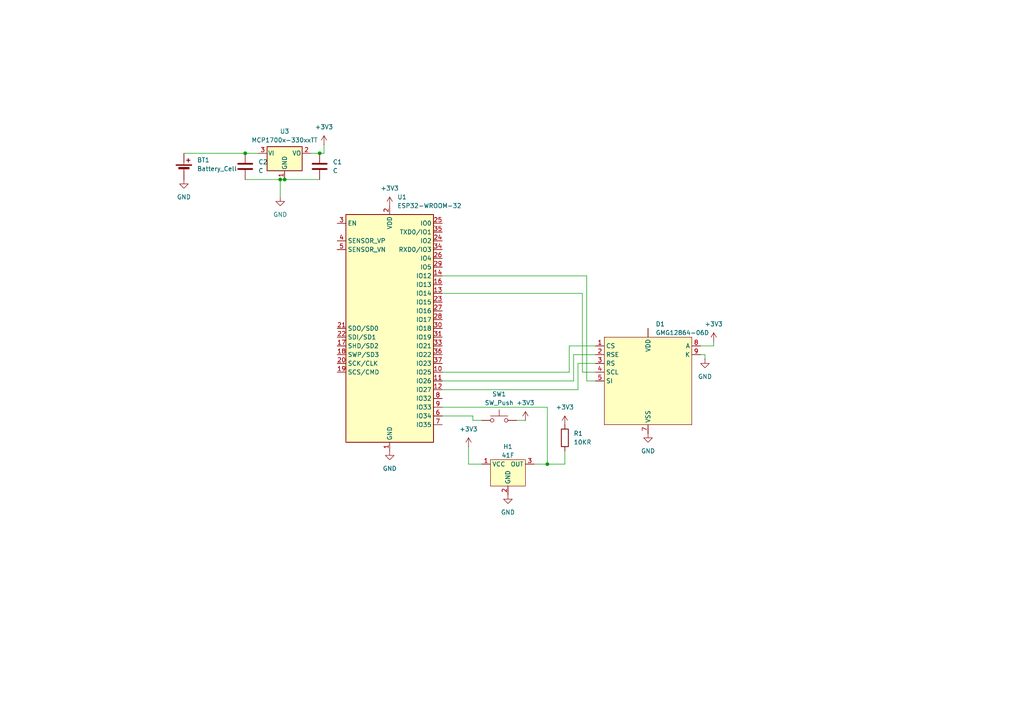
<source format=kicad_sch>
(kicad_sch (version 20231120) (generator "eeschema") (generator_version "8.0")
  (paper "A4")
  (title_block (title "Speedometer Circuit Diagram"))
  (lib_symbols
    (symbol "Device:Battery_Cell" (pin_numbers hide) (pin_names (offset 0) hide)
      (property "Reference" "BT" (at 2.54 2.54 0))
      (property "Value" "Battery_Cell" (at 2.54 0 0))
      (symbol "Battery_Cell_0_1"
        (rectangle (start -2.286 1.778) (end 2.286 1.524) (fill (type outline)))
        (rectangle (start -1.524 1.016) (end 1.524 0.508) (fill (type outline)))
        (polyline (pts (xy 0 0.762) (xy 0 0)))
        (polyline (pts (xy 0 1.778) (xy 0 2.54)))
        (polyline (pts (xy 0.762 3.048) (xy 1.778 3.048)) (stroke (width 0.254)))
        (polyline (pts (xy 1.27 3.556) (xy 1.27 2.54)) (stroke (width 0.254)))
      )
      (symbol "Battery_Cell_1_1"
        (pin passive line (at 0 5.08 270) (length 2.54) (name "+") (number "1"))
        (pin passive line (at 0 -2.54 90) (length 2.54) (name "-") (number "2"))
      )
    )
    (symbol "Device:C" (pin_numbers hide) (pin_names (offset 0.254))
      (property "Reference" "C" (at 0.635 2.54 0))
      (property "Value" "C" (at 0.635 -2.54 0))
      (symbol "C_0_1"
        (polyline (pts (xy -2.032 -0.762) (xy 2.032 -0.762)) (stroke (width 0.508)))
        (polyline (pts (xy -2.032 0.762) (xy 2.032 0.762)) (stroke (width 0.508)))
      )
      (symbol "C_1_1"
        (pin passive line (at 0 3.81 270) (length 2.794) (name "~") (number "1"))
        (pin passive line (at 0 -3.81 90) (length 2.794) (name "~") (number "2"))
      )
    )
    (symbol "Device:R" (pin_numbers hide) (pin_names (offset 0))
      (property "Reference" "R" (at 2.032 0 90))
      (property "Value" "R" (at 0 0 90))
      (symbol "R_0_1"
        (rectangle (start -1.016 -2.54) (end 1.016 2.54) (stroke (width 0.254)))
      )
      (symbol "R_1_1"
        (pin passive line (at 0 3.81 270) (length 1.27) (name "~") (number "1"))
        (pin passive line (at 0 -3.81 90) (length 1.27) (name "~") (number "2"))
      )
    )
    (symbol "RF_Module:ESP32-WROOM-32"
      (property "Reference" "U" (at -12.7 34.29 0))
      (property "Value" "ESP32-WROOM-32" (at 1.27 34.29 0))
      (symbol "ESP32-WROOM-32_0_1"
        (rectangle (start -12.7 33.02) (end 12.7 -33.02) (stroke (width 0.254)) (fill (type background)))
      )
      (symbol "ESP32-WROOM-32_1_1"
        (pin power_in line (at 0 -35.56 90) (length 2.54) (name "GND") (number "1"))
        (pin bidirectional line (at 15.24 -12.7 180) (length 2.54) (name "IO25") (number "10"))
        (pin bidirectional line (at 15.24 -15.24 180) (length 2.54) (name "IO26") (number "11"))
        (pin bidirectional line (at 15.24 -17.78 180) (length 2.54) (name "IO27") (number "12"))
        (pin bidirectional line (at 15.24 10.16 180) (length 2.54) (name "IO14") (number "13"))
        (pin bidirectional line (at 15.24 15.24 180) (length 2.54) (name "IO12") (number "14"))
        (pin passive line (at 0 -35.56 90) (length 2.54) hide (name "GND") (number "15"))
        (pin bidirectional line (at 15.24 12.7 180) (length 2.54) (name "IO13") (number "16"))
        (pin bidirectional line (at -15.24 -5.08 0) (length 2.54) (name "SHD/SD2") (number "17"))
        (pin bidirectional line (at -15.24 -7.62 0) (length 2.54) (name "SWP/SD3") (number "18"))
        (pin bidirectional line (at -15.24 -12.7 0) (length 2.54) (name "SCS/CMD") (number "19"))
        (pin power_in line (at 0 35.56 270) (length 2.54) (name "VDD") (number "2"))
        (pin bidirectional line (at -15.24 -10.16 0) (length 2.54) (name "SCK/CLK") (number "20"))
        (pin bidirectional line (at -15.24 0 0) (length 2.54) (name "SDO/SD0") (number "21"))
        (pin bidirectional line (at -15.24 -2.54 0) (length 2.54) (name "SDI/SD1") (number "22"))
        (pin bidirectional line (at 15.24 7.62 180) (length 2.54) (name "IO15") (number "23"))
        (pin bidirectional line (at 15.24 25.4 180) (length 2.54) (name "IO2") (number "24"))
        (pin bidirectional line (at 15.24 30.48 180) (length 2.54) (name "IO0") (number "25"))
        (pin bidirectional line (at 15.24 20.32 180) (length 2.54) (name "IO4") (number "26"))
        (pin bidirectional line (at 15.24 5.08 180) (length 2.54) (name "IO16") (number "27"))
        (pin bidirectional line (at 15.24 2.54 180) (length 2.54) (name "IO17") (number "28"))
        (pin bidirectional line (at 15.24 17.78 180) (length 2.54) (name "IO5") (number "29"))
        (pin input line (at -15.24 30.48 0) (length 2.54) (name "EN") (number "3"))
        (pin bidirectional line (at 15.24 0 180) (length 2.54) (name "IO18") (number "30"))
        (pin bidirectional line (at 15.24 -2.54 180) (length 2.54) (name "IO19") (number "31"))
        (pin no_connect line (at -12.7 -27.94 0) (length 2.54) hide (name "NC") (number "32"))
        (pin bidirectional line (at 15.24 -5.08 180) (length 2.54) (name "IO21") (number "33"))
        (pin bidirectional line (at 15.24 22.86 180) (length 2.54) (name "RXD0/IO3") (number "34"))
        (pin bidirectional line (at 15.24 27.94 180) (length 2.54) (name "TXD0/IO1") (number "35"))
        (pin bidirectional line (at 15.24 -7.62 180) (length 2.54) (name "IO22") (number "36"))
        (pin bidirectional line (at 15.24 -10.16 180) (length 2.54) (name "IO23") (number "37"))
        (pin passive line (at 0 -35.56 90) (length 2.54) hide (name "GND") (number "38"))
        (pin passive line (at 0 -35.56 90) (length 2.54) hide (name "GND") (number "39"))
        (pin input line (at -15.24 25.4 0) (length 2.54) (name "SENSOR_VP") (number "4"))
        (pin input line (at -15.24 22.86 0) (length 2.54) (name "SENSOR_VN") (number "5"))
        (pin input line (at 15.24 -25.4 180) (length 2.54) (name "IO34") (number "6"))
        (pin input line (at 15.24 -27.94 180) (length 2.54) (name "IO35") (number "7"))
        (pin bidirectional line (at 15.24 -20.32 180) (length 2.54) (name "IO32") (number "8"))
        (pin bidirectional line (at 15.24 -22.86 180) (length 2.54) (name "IO33") (number "9"))
      )
    )
    (symbol "Regulator_Linear:MCP1700x-330xxTT" (pin_names (offset 0.254))
      (property "Reference" "U" (at -3.81 3.175 0))
      (property "Value" "MCP1700x-330xxTT" (at 0 3.175 0))
      (symbol "MCP1700x-330xxTT_0_1"
        (rectangle (start -5.08 1.905) (end 5.08 -5.08) (stroke (width 0.254)) (fill (type background)))
      )
      (symbol "MCP1700x-330xxTT_1_1"
        (pin power_in line (at 0 -7.62 90) (length 2.54) (name "GND") (number "1"))
        (pin power_out line (at 7.62 0 180) (length 2.54) (name "VO") (number "2"))
        (pin power_in line (at -7.62 0 0) (length 2.54) (name "VI") (number "3"))
      )
    )
    (symbol "Switch:SW_Push" (pin_numbers hide) (pin_names (offset 1.016) hide)
      (property "Reference" "SW" (at 1.27 2.54 0))
      (property "Value" "SW_Push" (at 0 -1.524 0))
      (symbol "SW_Push_0_1"
        (circle (center -2.032 0) (radius 0.508))
        (polyline (pts (xy 0 1.27) (xy 0 3.048)))
        (polyline (pts (xy 2.54 1.27) (xy -2.54 1.27)))
        (circle (center 2.032 0) (radius 0.508))
        (pin passive line (at -5.08 0 0) (length 2.54) (name "1") (number "1"))
        (pin passive line (at 5.08 0 180) (length 2.54) (name "2") (number "2"))
      )
    )
    (symbol "power:+3V3" (power) (pin_numbers hide) (pin_names (offset 0) hide)
      (property "Value" "+3V3" (at 0 3.556 0))
      (symbol "+3V3_0_1"
        (polyline (pts (xy -0.762 1.27) (xy 0 2.54)))
        (polyline (pts (xy 0 0) (xy 0 2.54)))
        (polyline (pts (xy 0 2.54) (xy 0.762 1.27)))
      )
      (symbol "+3V3_1_1"
        (pin power_in line (at 0 0 90) (length 0) (name "~") (number "1"))
      )
    )
    (symbol "power:GND" (power) (pin_numbers hide) (pin_names (offset 0) hide)
      (property "Value" "GND" (at 0 -3.81 0))
      (symbol "GND_0_1"
        (polyline (pts (xy 0 0) (xy 0 -1.27) (xy 1.27 -1.27) (xy 0 -2.54) (xy -1.27 -1.27) (xy 0 -1.27)))
      )
      (symbol "GND_1_1"
        (pin power_in line (at 0 0 270) (length 0) (name "~") (number "1"))
      )
    )
    (symbol "speedometer_symbols:41F"
      (property "Reference" "H" (at 0 0 0))
      (symbol "41F_0_1"
        (rectangle (start -5.08 3.81) (end 5.08 -3.81) (fill (type background)))
      )
      (symbol "41F_1_1"
        (pin power_in line (at -7.62 2.54 0) (length 2.54) (name "VCC") (number "1"))
        (pin power_in line (at 0 -6.35 90) (length 2.54) (name "GND") (number "2"))
        (pin output line (at 7.62 2.54 180) (length 2.54) (name "OUT") (number "3"))
      )
    )
    (symbol "speedometer_symbols:GMG12864-06D"
      (property "Reference" "D" (at 0 0 0))
      (symbol "GMG12864-06D_0_1"
        (rectangle (start -12.7 12.7) (end 12.7 -12.7) (fill (type background)))
      )
      (symbol "GMG12864-06D_1_1"
        (pin power_in line (at 0 15.24 270) (length 2.54) (name "VDD") (number ""))
        (pin input line (at -15.24 10.16 0) (length 2.54) (name "CS") (number "1"))
        (pin input line (at -15.24 7.62 0) (length 2.54) (name "RSE") (number "2"))
        (pin input line (at -15.24 5.08 0) (length 2.54) (name "RS") (number "3"))
        (pin input line (at -15.24 2.54 0) (length 2.54) (name "SCL") (number "4"))
        (pin input line (at -15.24 0 0) (length 2.54) (name "SI") (number "5"))
        (pin power_in line (at 0 -15.24 90) (length 2.54) (name "VSS") (number "7"))
        (pin power_in line (at 15.24 10.16 180) (length 2.54) (name "A") (number "8"))
        (pin power_in line (at 15.24 7.62 180) (length 2.54) (name "K") (number "9"))
      )
    )
  )
  (junction (at 71.12 44.45))
  (junction (at 92.71 44.45))
  (junction (at 81.28 52.07))
  (junction (at 82.55 52.07))
  (junction (at 158.75 134.62))
  (wire (pts (xy 137.16 120.65) (xy 128.27 120.65)))
  (wire (pts (xy 172.72 110.49) (xy 170.18 110.49)))
  (wire (pts (xy 165.1 100.33) (xy 172.72 100.33)))
  (wire (pts (xy 172.72 105.41) (xy 167.64 105.41)))
  (wire (pts (xy 165.1 107.95) (xy 165.1 100.33)))
  (wire (pts (xy 53.34 44.45) (xy 71.12 44.45)))
  (wire (pts (xy 71.12 44.45) (xy 74.93 44.45)))
  (wire (pts (xy 170.18 110.49) (xy 170.18 80.01)))
  (wire (pts (xy 170.18 80.01) (xy 128.27 80.01)))
  (wire (pts (xy 166.37 110.49) (xy 128.27 110.49)))
  (wire (pts (xy 172.72 107.95) (xy 168.91 107.95)))
  (wire (pts (xy 168.91 107.95) (xy 168.91 85.09)))
  (wire (pts (xy 139.7 121.92) (xy 137.16 121.92)))
  (wire (pts (xy 81.28 52.07) (xy 82.55 52.07)))
  (wire (pts (xy 168.91 85.09) (xy 128.27 85.09)))
  (wire (pts (xy 92.71 44.45) (xy 93.98 44.45)))
  (wire (pts (xy 152.4 121.92) (xy 149.86 121.92)))
  (wire (pts (xy 93.98 44.45) (xy 93.98 41.91)))
  (wire (pts (xy 167.64 105.41) (xy 167.64 113.03)))
  (wire (pts (xy 82.55 52.07) (xy 92.71 52.07)))
  (wire (pts (xy 167.64 113.03) (xy 128.27 113.03)))
  (wire (pts (xy 154.94 134.62) (xy 158.75 134.62)))
  (wire (pts (xy 204.47 102.87) (xy 204.47 104.14)))
  (wire (pts (xy 158.75 134.62) (xy 163.83 134.62)))
  (wire (pts (xy 172.72 102.87) (xy 166.37 102.87)))
  (wire (pts (xy 207.01 100.33) (xy 207.01 99.06)))
  (wire (pts (xy 71.12 52.07) (xy 81.28 52.07)))
  (wire (pts (xy 137.16 121.92) (xy 137.16 120.65)))
  (wire (pts (xy 81.28 57.15) (xy 81.28 52.07)))
  (wire (pts (xy 139.7 134.62) (xy 135.89 134.62)))
  (wire (pts (xy 135.89 134.62) (xy 135.89 129.54)))
  (wire (pts (xy 163.83 134.62) (xy 163.83 130.81)))
  (wire (pts (xy 128.27 118.11) (xy 158.75 118.11)))
  (wire (pts (xy 90.17 44.45) (xy 92.71 44.45)))
  (wire (pts (xy 203.2 100.33) (xy 207.01 100.33)))
  (wire (pts (xy 203.2 102.87) (xy 204.47 102.87)))
  (wire (pts (xy 128.27 107.95) (xy 165.1 107.95)))
  (wire (pts (xy 166.37 102.87) (xy 166.37 110.49)))
  (wire (pts (xy 158.75 118.11) (xy 158.75 134.62)))
  (symbol (lib_id "power:+3V3") (at 163.83 123.19 0) (unit 1)
    (property "Reference" "#PWR07" (effects (hide yes)))
    (property "Value" "+3V3" (at 163.83 118.11 0))
    (property "Description" "Power symbol creates a global label with name \"+3V3\"" (effects (hide yes)))
  )
  (symbol (lib_id "speedometer_symbols:GMG12864-06D") (at 187.96 110.49 0) (unit 1)
    (property "Reference" "D1" (at 190.1541 93.98 0) (effects (justify left)))
    (property "Value" "GMG12864-06D" (at 190.1541 96.52 0) (effects (justify left)))
  )
  (symbol (lib_id "speedometer_symbols:41F") (at 147.32 137.16 0) (unit 1)
    (property "Reference" "H1" (at 147.32 129.54 0))
    (property "Value" "41F" (at 147.32 132.08 0))
  )
  (symbol (lib_id "power:GND") (at 147.32 143.51 0) (unit 1)
    (property "Reference" "#PWR03" (effects (hide yes)))
    (property "Value" "GND" (at 147.32 148.59 0))
    (property "Description" "Power symbol creates a global label with name \"GND\" , ground" (effects (hide yes)))
  )
  (symbol (lib_id "Device:C") (at 92.71 48.26 0) (unit 1)
    (property "Reference" "C1" (at 96.52 46.9899 0) (effects (justify left)))
    (property "Value" "C" (at 96.52 49.5299 0) (effects (justify left)))
    (property "Description" "Unpolarized capacitor" (effects (hide yes)))
  )
  (symbol (lib_id "power:+3V3") (at 135.89 129.54 0) (unit 1)
    (property "Reference" "#PWR08" (effects (hide yes)))
    (property "Value" "+3V3" (at 135.89 124.46 0))
    (property "Description" "Power symbol creates a global label with name \"+3V3\"" (effects (hide yes)))
  )
  (symbol (lib_id "power:+3V3") (at 93.98 41.91 0) (unit 1)
    (property "Reference" "#PWR05" (effects (hide yes)))
    (property "Value" "+3V3" (at 93.98 36.83 0))
    (property "Description" "Power symbol creates a global label with name \"+3V3\"" (effects (hide yes)))
  )
  (symbol (lib_id "power:GND") (at 187.96 125.73 0) (unit 1)
    (property "Reference" "#PWR02" (effects (hide yes)))
    (property "Value" "GND" (at 187.96 130.81 0))
    (property "Description" "Power symbol creates a global label with name \"GND\" , ground" (effects (hide yes)))
  )
  (symbol (lib_id "RF_Module:ESP32-WROOM-32") (at 113.03 95.25 0) (unit 1)
    (property "Reference" "U1" (at 115.2241 57.15 0) (effects (justify left)))
    (property "Value" "ESP32-WROOM-32" (at 115.2241 59.69 0) (effects (justify left)))
    (property "Footprint" "RF_Module:ESP32-WROOM-32" (effects (hide yes)))
    (property "Datasheet" "https://www.espressif.com/sites/default/files/documentation/esp32-wroom-32_datasheet_en.pdf" (effects (hide yes)))
    (property "Description" "RF Module, ESP32-D0WDQ6 SoC, Wi-Fi 802.11b/g/n, Bluetooth, BLE, 32-bit, 2.7-3.6V, onboard antenna, SMD" (effects (hide yes)))
  )
  (symbol (lib_id "power:+3V3") (at 113.03 59.69 0) (unit 1)
    (property "Reference" "#PWR06" (effects (hide yes)))
    (property "Value" "+3V3" (at 113.03 54.61 0))
    (property "Description" "Power symbol creates a global label with name \"+3V3\"" (effects (hide yes)))
  )
  (symbol (lib_id "Switch:SW_Push") (at 144.78 121.92 0) (unit 1)
    (property "Reference" "SW1" (at 144.78 114.3 0))
    (property "Value" "SW_Push" (at 144.78 116.84 0))
    (property "Description" "Push button switch, generic, two pins" (effects (hide yes)))
  )
  (symbol (lib_id "Regulator_Linear:MCP1700x-330xxTT") (at 82.55 44.45 0) (unit 1)
    (property "Reference" "U3" (at 82.55 38.1 0))
    (property "Value" "MCP1700x-330xxTT" (at 82.55 40.64 0))
    (property "Footprint" "Package_TO_SOT_SMD:SOT-23" (effects (hide yes)))
    (property "Datasheet" "http://ww1.microchip.com/downloads/en/DeviceDoc/20001826D.pdf" (effects (hide yes)))
    (property "Description" "250mA Low Quiscent Current LDO, 3.3V output, SOT-23" (effects (hide yes)))
  )
  (symbol (lib_id "power:+3V3") (at 152.4 121.92 0) (unit 1)
    (property "Reference" "#PWR012" (effects (hide yes)))
    (property "Value" "+3V3" (at 152.4 116.84 0))
    (property "Description" "Power symbol creates a global label with name \"+3V3\"" (effects (hide yes)))
  )
  (symbol (lib_id "Device:Battery_Cell") (at 53.34 49.53 0) (unit 1)
    (property "Reference" "BT1" (at 57.15 46.4184 0) (effects (justify left)))
    (property "Value" "Battery_Cell" (at 57.15 48.9584 0) (effects (justify left)))
    (property "Description" "Single-cell battery" (effects (hide yes)))
  )
  (symbol (lib_id "power:+3V3") (at 207.01 99.06 0) (unit 1)
    (property "Reference" "#PWR011" (effects (hide yes)))
    (property "Value" "+3V3" (at 207.01 93.98 0))
    (property "Description" "Power symbol creates a global label with name \"+3V3\"" (effects (hide yes)))
  )
  (symbol (lib_id "power:GND") (at 113.03 130.81 0) (unit 1)
    (property "Reference" "#PWR01" (effects (hide yes)))
    (property "Value" "GND" (at 113.03 135.89 0))
    (property "Description" "Power symbol creates a global label with name \"GND\" , ground" (effects (hide yes)))
  )
  (symbol (lib_id "power:GND") (at 81.28 57.15 0) (unit 1)
    (property "Reference" "#PWR04" (effects (hide yes)))
    (property "Value" "GND" (at 81.28 62.23 0))
    (property "Description" "Power symbol creates a global label with name \"GND\" , ground" (effects (hide yes)))
  )
  (symbol (lib_id "Device:R") (at 163.83 127 0) (unit 1)
    (property "Reference" "R1" (at 166.37 125.7299 0) (effects (justify left)))
    (property "Value" "10KR" (at 166.37 128.2699 0) (effects (justify left)))
    (property "Description" "Resistor" (effects (hide yes)))
  )
  (symbol (lib_id "Device:C") (at 71.12 48.26 0) (unit 1)
    (property "Reference" "C2" (at 74.93 46.9899 0) (effects (justify left)))
    (property "Value" "C" (at 74.93 49.5299 0) (effects (justify left)))
    (property "Description" "Unpolarized capacitor" (effects (hide yes)))
  )
  (symbol (lib_id "power:GND") (at 53.34 52.07 0) (unit 1)
    (property "Reference" "#PWR09" (effects (hide yes)))
    (property "Value" "GND" (at 53.34 57.15 0))
    (property "Description" "Power symbol creates a global label with name \"GND\" , ground" (effects (hide yes)))
  )
  (symbol (lib_id "power:GND") (at 204.47 104.14 0) (unit 1)
    (property "Reference" "#PWR010" (effects (hide yes)))
    (property "Value" "GND" (at 204.47 109.22 0))
    (property "Description" "Power symbol creates a global label with name \"GND\" , ground" (effects (hide yes)))
  )
)
</source>
